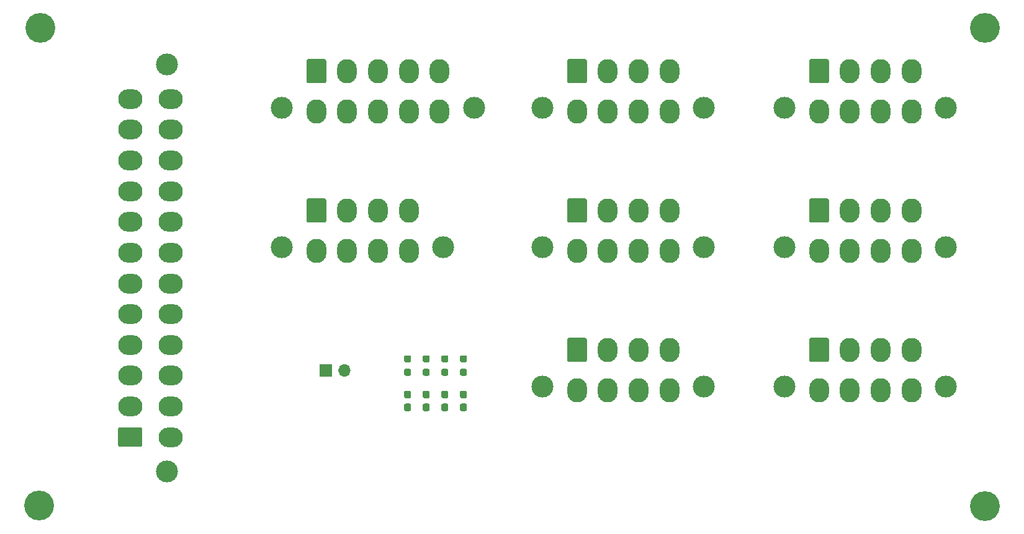
<source format=gbr>
%TF.GenerationSoftware,KiCad,Pcbnew,(5.1.7)-1*%
%TF.CreationDate,2020-11-11T18:46:54-08:00*%
%TF.ProjectId,ATX_PSU_Board,4154585f-5053-4555-9f42-6f6172642e6b,rev?*%
%TF.SameCoordinates,Original*%
%TF.FileFunction,Soldermask,Top*%
%TF.FilePolarity,Negative*%
%FSLAX46Y46*%
G04 Gerber Fmt 4.6, Leading zero omitted, Abs format (unit mm)*
G04 Created by KiCad (PCBNEW (5.1.7)-1) date 2020-11-11 18:46:54*
%MOMM*%
%LPD*%
G01*
G04 APERTURE LIST*
%ADD10O,1.700000X1.700000*%
%ADD11R,1.700000X1.700000*%
%ADD12C,3.000000*%
%ADD13O,2.700000X3.300000*%
%ADD14C,4.064000*%
%ADD15O,3.300000X2.700000*%
G04 APERTURE END LIST*
%TO.C,R4*%
G36*
G01*
X96503500Y-102040500D02*
X96028500Y-102040500D01*
G75*
G02*
X95791000Y-101803000I0J237500D01*
G01*
X95791000Y-101303000D01*
G75*
G02*
X96028500Y-101065500I237500J0D01*
G01*
X96503500Y-101065500D01*
G75*
G02*
X96741000Y-101303000I0J-237500D01*
G01*
X96741000Y-101803000D01*
G75*
G02*
X96503500Y-102040500I-237500J0D01*
G01*
G37*
G36*
G01*
X96503500Y-103865500D02*
X96028500Y-103865500D01*
G75*
G02*
X95791000Y-103628000I0J237500D01*
G01*
X95791000Y-103128000D01*
G75*
G02*
X96028500Y-102890500I237500J0D01*
G01*
X96503500Y-102890500D01*
G75*
G02*
X96741000Y-103128000I0J-237500D01*
G01*
X96741000Y-103628000D01*
G75*
G02*
X96503500Y-103865500I-237500J0D01*
G01*
G37*
%TD*%
%TO.C,R3*%
G36*
G01*
X93963500Y-102040500D02*
X93488500Y-102040500D01*
G75*
G02*
X93251000Y-101803000I0J237500D01*
G01*
X93251000Y-101303000D01*
G75*
G02*
X93488500Y-101065500I237500J0D01*
G01*
X93963500Y-101065500D01*
G75*
G02*
X94201000Y-101303000I0J-237500D01*
G01*
X94201000Y-101803000D01*
G75*
G02*
X93963500Y-102040500I-237500J0D01*
G01*
G37*
G36*
G01*
X93963500Y-103865500D02*
X93488500Y-103865500D01*
G75*
G02*
X93251000Y-103628000I0J237500D01*
G01*
X93251000Y-103128000D01*
G75*
G02*
X93488500Y-102890500I237500J0D01*
G01*
X93963500Y-102890500D01*
G75*
G02*
X94201000Y-103128000I0J-237500D01*
G01*
X94201000Y-103628000D01*
G75*
G02*
X93963500Y-103865500I-237500J0D01*
G01*
G37*
%TD*%
%TO.C,R2*%
G36*
G01*
X91423500Y-102040500D02*
X90948500Y-102040500D01*
G75*
G02*
X90711000Y-101803000I0J237500D01*
G01*
X90711000Y-101303000D01*
G75*
G02*
X90948500Y-101065500I237500J0D01*
G01*
X91423500Y-101065500D01*
G75*
G02*
X91661000Y-101303000I0J-237500D01*
G01*
X91661000Y-101803000D01*
G75*
G02*
X91423500Y-102040500I-237500J0D01*
G01*
G37*
G36*
G01*
X91423500Y-103865500D02*
X90948500Y-103865500D01*
G75*
G02*
X90711000Y-103628000I0J237500D01*
G01*
X90711000Y-103128000D01*
G75*
G02*
X90948500Y-102890500I237500J0D01*
G01*
X91423500Y-102890500D01*
G75*
G02*
X91661000Y-103128000I0J-237500D01*
G01*
X91661000Y-103628000D01*
G75*
G02*
X91423500Y-103865500I-237500J0D01*
G01*
G37*
%TD*%
%TO.C,R1*%
G36*
G01*
X88883500Y-102040500D02*
X88408500Y-102040500D01*
G75*
G02*
X88171000Y-101803000I0J237500D01*
G01*
X88171000Y-101303000D01*
G75*
G02*
X88408500Y-101065500I237500J0D01*
G01*
X88883500Y-101065500D01*
G75*
G02*
X89121000Y-101303000I0J-237500D01*
G01*
X89121000Y-101803000D01*
G75*
G02*
X88883500Y-102040500I-237500J0D01*
G01*
G37*
G36*
G01*
X88883500Y-103865500D02*
X88408500Y-103865500D01*
G75*
G02*
X88171000Y-103628000I0J237500D01*
G01*
X88171000Y-103128000D01*
G75*
G02*
X88408500Y-102890500I237500J0D01*
G01*
X88883500Y-102890500D01*
G75*
G02*
X89121000Y-103128000I0J-237500D01*
G01*
X89121000Y-103628000D01*
G75*
G02*
X88883500Y-103865500I-237500J0D01*
G01*
G37*
%TD*%
%TO.C,D4*%
G36*
G01*
X96503500Y-106951000D02*
X96028500Y-106951000D01*
G75*
G02*
X95791000Y-106713500I0J237500D01*
G01*
X95791000Y-106138500D01*
G75*
G02*
X96028500Y-105901000I237500J0D01*
G01*
X96503500Y-105901000D01*
G75*
G02*
X96741000Y-106138500I0J-237500D01*
G01*
X96741000Y-106713500D01*
G75*
G02*
X96503500Y-106951000I-237500J0D01*
G01*
G37*
G36*
G01*
X96503500Y-108701000D02*
X96028500Y-108701000D01*
G75*
G02*
X95791000Y-108463500I0J237500D01*
G01*
X95791000Y-107888500D01*
G75*
G02*
X96028500Y-107651000I237500J0D01*
G01*
X96503500Y-107651000D01*
G75*
G02*
X96741000Y-107888500I0J-237500D01*
G01*
X96741000Y-108463500D01*
G75*
G02*
X96503500Y-108701000I-237500J0D01*
G01*
G37*
%TD*%
%TO.C,D3*%
G36*
G01*
X93963500Y-106951000D02*
X93488500Y-106951000D01*
G75*
G02*
X93251000Y-106713500I0J237500D01*
G01*
X93251000Y-106138500D01*
G75*
G02*
X93488500Y-105901000I237500J0D01*
G01*
X93963500Y-105901000D01*
G75*
G02*
X94201000Y-106138500I0J-237500D01*
G01*
X94201000Y-106713500D01*
G75*
G02*
X93963500Y-106951000I-237500J0D01*
G01*
G37*
G36*
G01*
X93963500Y-108701000D02*
X93488500Y-108701000D01*
G75*
G02*
X93251000Y-108463500I0J237500D01*
G01*
X93251000Y-107888500D01*
G75*
G02*
X93488500Y-107651000I237500J0D01*
G01*
X93963500Y-107651000D01*
G75*
G02*
X94201000Y-107888500I0J-237500D01*
G01*
X94201000Y-108463500D01*
G75*
G02*
X93963500Y-108701000I-237500J0D01*
G01*
G37*
%TD*%
%TO.C,D2*%
G36*
G01*
X91423500Y-106951000D02*
X90948500Y-106951000D01*
G75*
G02*
X90711000Y-106713500I0J237500D01*
G01*
X90711000Y-106138500D01*
G75*
G02*
X90948500Y-105901000I237500J0D01*
G01*
X91423500Y-105901000D01*
G75*
G02*
X91661000Y-106138500I0J-237500D01*
G01*
X91661000Y-106713500D01*
G75*
G02*
X91423500Y-106951000I-237500J0D01*
G01*
G37*
G36*
G01*
X91423500Y-108701000D02*
X90948500Y-108701000D01*
G75*
G02*
X90711000Y-108463500I0J237500D01*
G01*
X90711000Y-107888500D01*
G75*
G02*
X90948500Y-107651000I237500J0D01*
G01*
X91423500Y-107651000D01*
G75*
G02*
X91661000Y-107888500I0J-237500D01*
G01*
X91661000Y-108463500D01*
G75*
G02*
X91423500Y-108701000I-237500J0D01*
G01*
G37*
%TD*%
%TO.C,D1*%
G36*
G01*
X88883500Y-106951000D02*
X88408500Y-106951000D01*
G75*
G02*
X88171000Y-106713500I0J237500D01*
G01*
X88171000Y-106138500D01*
G75*
G02*
X88408500Y-105901000I237500J0D01*
G01*
X88883500Y-105901000D01*
G75*
G02*
X89121000Y-106138500I0J-237500D01*
G01*
X89121000Y-106713500D01*
G75*
G02*
X88883500Y-106951000I-237500J0D01*
G01*
G37*
G36*
G01*
X88883500Y-108701000D02*
X88408500Y-108701000D01*
G75*
G02*
X88171000Y-108463500I0J237500D01*
G01*
X88171000Y-107888500D01*
G75*
G02*
X88408500Y-107651000I237500J0D01*
G01*
X88883500Y-107651000D01*
G75*
G02*
X89121000Y-107888500I0J-237500D01*
G01*
X89121000Y-108463500D01*
G75*
G02*
X88883500Y-108701000I-237500J0D01*
G01*
G37*
%TD*%
D10*
%TO.C,J1*%
X80010000Y-103124000D03*
D11*
X77470000Y-103124000D03*
%TD*%
D12*
%TO.C,J5*%
X162080000Y-67270000D03*
X140080000Y-67270000D03*
D13*
X157380000Y-67730000D03*
X153180000Y-67730000D03*
X148980000Y-67730000D03*
X144780000Y-67730000D03*
X157380000Y-62230000D03*
X153180000Y-62230000D03*
X148980000Y-62230000D03*
G36*
G01*
X143430000Y-63629999D02*
X143430000Y-60830001D01*
G75*
G02*
X143680001Y-60580000I250001J0D01*
G01*
X145879999Y-60580000D01*
G75*
G02*
X146130000Y-60830001I0J-250001D01*
G01*
X146130000Y-63629999D01*
G75*
G02*
X145879999Y-63880000I-250001J0D01*
G01*
X143680001Y-63880000D01*
G75*
G02*
X143430000Y-63629999I0J250001D01*
G01*
G37*
%TD*%
D12*
%TO.C,J10*%
X162080000Y-105370000D03*
X140080000Y-105370000D03*
D13*
X157380000Y-105830000D03*
X153180000Y-105830000D03*
X148980000Y-105830000D03*
X144780000Y-105830000D03*
X157380000Y-100330000D03*
X153180000Y-100330000D03*
X148980000Y-100330000D03*
G36*
G01*
X143430000Y-101729999D02*
X143430000Y-98930001D01*
G75*
G02*
X143680001Y-98680000I250001J0D01*
G01*
X145879999Y-98680000D01*
G75*
G02*
X146130000Y-98930001I0J-250001D01*
G01*
X146130000Y-101729999D01*
G75*
G02*
X145879999Y-101980000I-250001J0D01*
G01*
X143680001Y-101980000D01*
G75*
G02*
X143430000Y-101729999I0J250001D01*
G01*
G37*
%TD*%
D14*
%TO.C,H4*%
X167436800Y-56337200D03*
%TD*%
%TO.C,H3*%
X38404800Y-121615200D03*
%TD*%
%TO.C,H2*%
X167436800Y-121716800D03*
%TD*%
%TO.C,H1*%
X38506400Y-56286400D03*
%TD*%
D12*
%TO.C,J9*%
X129060000Y-105370000D03*
X107060000Y-105370000D03*
D13*
X124360000Y-105830000D03*
X120160000Y-105830000D03*
X115960000Y-105830000D03*
X111760000Y-105830000D03*
X124360000Y-100330000D03*
X120160000Y-100330000D03*
X115960000Y-100330000D03*
G36*
G01*
X110410000Y-101729999D02*
X110410000Y-98930001D01*
G75*
G02*
X110660001Y-98680000I250001J0D01*
G01*
X112859999Y-98680000D01*
G75*
G02*
X113110000Y-98930001I0J-250001D01*
G01*
X113110000Y-101729999D01*
G75*
G02*
X112859999Y-101980000I-250001J0D01*
G01*
X110660001Y-101980000D01*
G75*
G02*
X110410000Y-101729999I0J250001D01*
G01*
G37*
%TD*%
D12*
%TO.C,J8*%
X162080000Y-86320000D03*
X140080000Y-86320000D03*
D13*
X157380000Y-86780000D03*
X153180000Y-86780000D03*
X148980000Y-86780000D03*
X144780000Y-86780000D03*
X157380000Y-81280000D03*
X153180000Y-81280000D03*
X148980000Y-81280000D03*
G36*
G01*
X143430000Y-82679999D02*
X143430000Y-79880001D01*
G75*
G02*
X143680001Y-79630000I250001J0D01*
G01*
X145879999Y-79630000D01*
G75*
G02*
X146130000Y-79880001I0J-250001D01*
G01*
X146130000Y-82679999D01*
G75*
G02*
X145879999Y-82930000I-250001J0D01*
G01*
X143680001Y-82930000D01*
G75*
G02*
X143430000Y-82679999I0J250001D01*
G01*
G37*
%TD*%
D12*
%TO.C,J7*%
X129060000Y-86320000D03*
X107060000Y-86320000D03*
D13*
X124360000Y-86780000D03*
X120160000Y-86780000D03*
X115960000Y-86780000D03*
X111760000Y-86780000D03*
X124360000Y-81280000D03*
X120160000Y-81280000D03*
X115960000Y-81280000D03*
G36*
G01*
X110410000Y-82679999D02*
X110410000Y-79880001D01*
G75*
G02*
X110660001Y-79630000I250001J0D01*
G01*
X112859999Y-79630000D01*
G75*
G02*
X113110000Y-79880001I0J-250001D01*
G01*
X113110000Y-82679999D01*
G75*
G02*
X112859999Y-82930000I-250001J0D01*
G01*
X110660001Y-82930000D01*
G75*
G02*
X110410000Y-82679999I0J250001D01*
G01*
G37*
%TD*%
D12*
%TO.C,J6*%
X93500000Y-86320000D03*
X71500000Y-86320000D03*
D13*
X88800000Y-86780000D03*
X84600000Y-86780000D03*
X80400000Y-86780000D03*
X76200000Y-86780000D03*
X88800000Y-81280000D03*
X84600000Y-81280000D03*
X80400000Y-81280000D03*
G36*
G01*
X74850000Y-82679999D02*
X74850000Y-79880001D01*
G75*
G02*
X75100001Y-79630000I250001J0D01*
G01*
X77299999Y-79630000D01*
G75*
G02*
X77550000Y-79880001I0J-250001D01*
G01*
X77550000Y-82679999D01*
G75*
G02*
X77299999Y-82930000I-250001J0D01*
G01*
X75100001Y-82930000D01*
G75*
G02*
X74850000Y-82679999I0J250001D01*
G01*
G37*
%TD*%
D12*
%TO.C,J4*%
X129060000Y-67270000D03*
X107060000Y-67270000D03*
D13*
X124360000Y-67730000D03*
X120160000Y-67730000D03*
X115960000Y-67730000D03*
X111760000Y-67730000D03*
X124360000Y-62230000D03*
X120160000Y-62230000D03*
X115960000Y-62230000D03*
G36*
G01*
X110410000Y-63629999D02*
X110410000Y-60830001D01*
G75*
G02*
X110660001Y-60580000I250001J0D01*
G01*
X112859999Y-60580000D01*
G75*
G02*
X113110000Y-60830001I0J-250001D01*
G01*
X113110000Y-63629999D01*
G75*
G02*
X112859999Y-63880000I-250001J0D01*
G01*
X110660001Y-63880000D01*
G75*
G02*
X110410000Y-63629999I0J250001D01*
G01*
G37*
%TD*%
D12*
%TO.C,J3*%
X97700000Y-67270000D03*
X71500000Y-67270000D03*
D13*
X93000000Y-67730000D03*
X88800000Y-67730000D03*
X84600000Y-67730000D03*
X80400000Y-67730000D03*
X76200000Y-67730000D03*
X93000000Y-62230000D03*
X88800000Y-62230000D03*
X84600000Y-62230000D03*
X80400000Y-62230000D03*
G36*
G01*
X74850000Y-63629999D02*
X74850000Y-60830001D01*
G75*
G02*
X75100001Y-60580000I250001J0D01*
G01*
X77299999Y-60580000D01*
G75*
G02*
X77550000Y-60830001I0J-250001D01*
G01*
X77550000Y-63629999D01*
G75*
G02*
X77299999Y-63880000I-250001J0D01*
G01*
X75100001Y-63880000D01*
G75*
G02*
X74850000Y-63629999I0J250001D01*
G01*
G37*
%TD*%
D12*
%TO.C,J2*%
X55840000Y-61340000D03*
X55840000Y-116940000D03*
D15*
X56300000Y-66040000D03*
X56300000Y-70240000D03*
X56300000Y-74440000D03*
X56300000Y-78640000D03*
X56300000Y-82840000D03*
X56300000Y-87040000D03*
X56300000Y-91240000D03*
X56300000Y-95440000D03*
X56300000Y-99640000D03*
X56300000Y-103840000D03*
X56300000Y-108040000D03*
X56300000Y-112240000D03*
X50800000Y-66040000D03*
X50800000Y-70240000D03*
X50800000Y-74440000D03*
X50800000Y-78640000D03*
X50800000Y-82840000D03*
X50800000Y-87040000D03*
X50800000Y-91240000D03*
X50800000Y-95440000D03*
X50800000Y-99640000D03*
X50800000Y-103840000D03*
X50800000Y-108040000D03*
G36*
G01*
X52199999Y-113590000D02*
X49400001Y-113590000D01*
G75*
G02*
X49150000Y-113339999I0J250001D01*
G01*
X49150000Y-111140001D01*
G75*
G02*
X49400001Y-110890000I250001J0D01*
G01*
X52199999Y-110890000D01*
G75*
G02*
X52450000Y-111140001I0J-250001D01*
G01*
X52450000Y-113339999D01*
G75*
G02*
X52199999Y-113590000I-250001J0D01*
G01*
G37*
%TD*%
M02*

</source>
